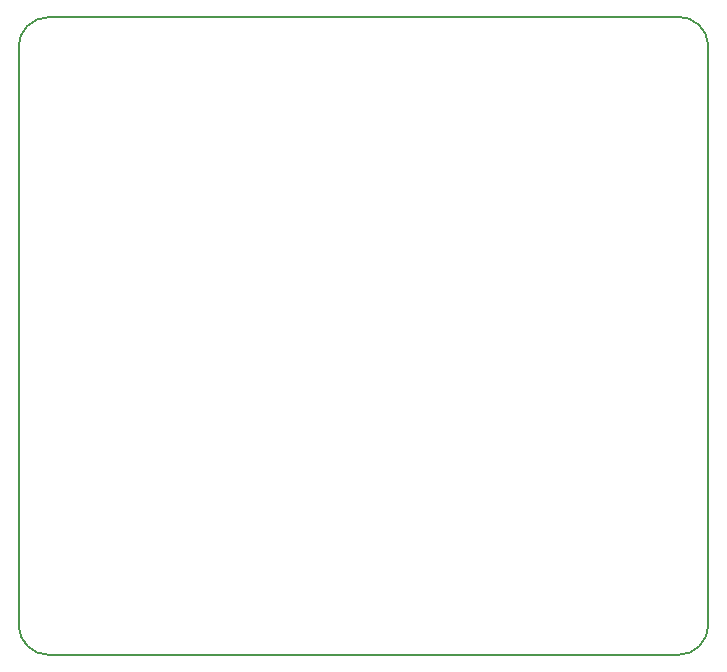
<source format=gbr>
%TF.GenerationSoftware,KiCad,Pcbnew,8.0.8*%
%TF.CreationDate,2025-01-20T12:07:48-06:00*%
%TF.ProjectId,tempo,74656d70-6f2e-46b6-9963-61645f706362,rev?*%
%TF.SameCoordinates,Original*%
%TF.FileFunction,Profile,NP*%
%FSLAX46Y46*%
G04 Gerber Fmt 4.6, Leading zero omitted, Abs format (unit mm)*
G04 Created by KiCad (PCBNEW 8.0.8) date 2025-01-20 12:07:48*
%MOMM*%
%LPD*%
G01*
G04 APERTURE LIST*
%TA.AperFunction,Profile*%
%ADD10C,0.203200*%
%TD*%
%TA.AperFunction,Profile*%
%ADD11C,0.200000*%
%TD*%
G04 APERTURE END LIST*
D10*
X181860000Y-61960000D02*
G75*
G02*
X184399965Y-64300003I100J-2548400D01*
G01*
X184400000Y-113443600D02*
X184400000Y-64300000D01*
X184400000Y-113443600D02*
G75*
G02*
X181901100Y-115983599I-2519500J-20500D01*
G01*
X126000000Y-64540000D02*
G75*
G02*
X128526051Y-62000000I2533000J7000D01*
G01*
D11*
X181860000Y-61960000D02*
X128526051Y-62000000D01*
D10*
X128561100Y-115983600D02*
X181901100Y-115983600D01*
X128561100Y-115983600D02*
G75*
G02*
X126000000Y-113443600I-10500J2550600D01*
G01*
D11*
X126000000Y-113443600D02*
X126000000Y-64540000D01*
M02*

</source>
